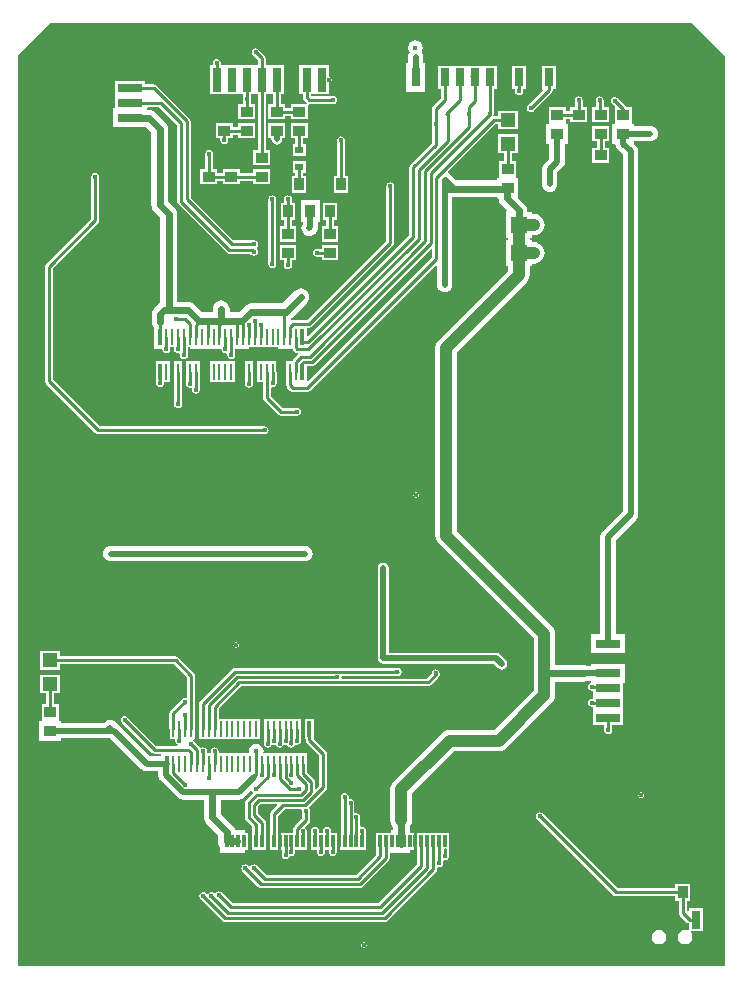
<source format=gtl>
%FSLAX44Y44*%
%MOMM*%
G71*
G01*
G75*
G04 Layer_Physical_Order=1*
G04 Layer_Color=255*
%ADD10R,0.8000X1.5000*%
%ADD11R,1.5000X1.0000*%
%ADD12R,1.0160X0.8890*%
%ADD13R,0.3000X1.3500*%
%ADD14R,0.2500X1.3500*%
%ADD15R,3.0000X2.1000*%
%ADD16R,2.1000X0.8000*%
%ADD17R,2.1844X2.4130*%
%ADD18R,0.3000X1.1000*%
%ADD19R,0.8128X1.0668*%
%ADD20R,0.8000X1.6000*%
%ADD21R,2.1000X3.0000*%
%ADD22R,0.8000X2.1000*%
%ADD23R,1.2954X1.1938*%
%ADD24R,0.8890X1.0160*%
%ADD25R,0.7000X0.6000*%
%ADD26R,1.3970X1.3970*%
%ADD27C,0.6000*%
%ADD28C,0.2540*%
%ADD29C,0.5000*%
%ADD30C,1.0000*%
%ADD31C,0.0254*%
%ADD32C,0.0254*%
G04:AMPARAMS|DCode=33|XSize=4mm|YSize=4mm|CornerRadius=2mm|HoleSize=0mm|Usage=FLASHONLY|Rotation=0.000|XOffset=0mm|YOffset=0mm|HoleType=Round|Shape=RoundedRectangle|*
%AMROUNDEDRECTD33*
21,1,4.0000,0.0000,0,0,0.0*
21,1,0.0000,4.0000,0,0,0.0*
1,1,4.0000,0.0000,0.0000*
1,1,4.0000,0.0000,0.0000*
1,1,4.0000,0.0000,0.0000*
1,1,4.0000,0.0000,0.0000*
%
%ADD33ROUNDEDRECTD33*%
%ADD34C,0.4500*%
G36*
X299302Y771591D02*
Y698D01*
X-299302D01*
Y771591D01*
X-271591Y799302D01*
X271591D01*
X299302Y771591D01*
D02*
G37*
%LPC*%
G36*
X38100Y402446D02*
X37183Y402264D01*
X36406Y401744D01*
X35886Y400967D01*
X35704Y400050D01*
X35886Y399133D01*
X36406Y398356D01*
X37183Y397836D01*
X38100Y397654D01*
X39017Y397836D01*
X39794Y398356D01*
X40314Y399133D01*
X40496Y400050D01*
X40314Y400967D01*
X39794Y401744D01*
X39017Y402264D01*
X38100Y402446D01*
D02*
G37*
G36*
X-160250Y513060D02*
X-166750D01*
Y504733D01*
X-166834Y504310D01*
Y476580D01*
X-166580Y475304D01*
X-165858Y474222D01*
X-164776Y473500D01*
X-163500Y473246D01*
X-162224Y473500D01*
X-161143Y474222D01*
X-160420Y475304D01*
X-160166Y476580D01*
Y504310D01*
X-160250Y504733D01*
Y513060D01*
D02*
G37*
G36*
X-56166Y356749D02*
X-220653D01*
X-222350Y356526D01*
X-223931Y355871D01*
X-225289Y354829D01*
X-226331Y353471D01*
X-226986Y351890D01*
X-227209Y350193D01*
X-226986Y348496D01*
X-226331Y346915D01*
X-225289Y345557D01*
X-223931Y344515D01*
X-222350Y343860D01*
X-220653Y343637D01*
X-56166D01*
X-54469Y343860D01*
X-52888Y344515D01*
X-51530Y345557D01*
X-50488Y346915D01*
X-49833Y348496D01*
X-49610Y350193D01*
X-49833Y351890D01*
X-50488Y353471D01*
X-51530Y354829D01*
X-52888Y355871D01*
X-54469Y356526D01*
X-56166Y356749D01*
D02*
G37*
G36*
X206080Y737054D02*
X204805Y736800D01*
X203723Y736077D01*
X203000Y734995D01*
X202746Y733719D01*
X203000Y732444D01*
X203723Y731362D01*
X206461Y728624D01*
X206280Y728186D01*
X206280D01*
X206280Y728186D01*
Y715296D01*
X206280D01*
Y715082D01*
X205382Y714184D01*
X204280D01*
Y697294D01*
X206804D01*
Y697230D01*
X207027Y695533D01*
X207299Y694878D01*
X207682Y693952D01*
X208724Y692594D01*
X213154Y688164D01*
Y534035D01*
Y386256D01*
X195764Y368866D01*
X194722Y367508D01*
X194259Y366390D01*
X194067Y365927D01*
X193844Y364230D01*
Y282020D01*
X185900D01*
Y266020D01*
X214900D01*
Y282020D01*
X206956D01*
Y361514D01*
X224346Y378904D01*
X225388Y380262D01*
X225771Y381188D01*
X226043Y381843D01*
X226266Y383540D01*
Y534035D01*
Y690880D01*
X226043Y692577D01*
X225388Y694158D01*
X224867Y694837D01*
X224346Y695516D01*
X222440Y697422D01*
Y699183D01*
X236220D01*
X237917Y699406D01*
X239498Y700061D01*
X240856Y701103D01*
X241898Y702461D01*
X242553Y704042D01*
X242776Y705739D01*
X242553Y707436D01*
X241898Y709017D01*
X240856Y710375D01*
X239498Y711417D01*
X237917Y712072D01*
X236220Y712295D01*
X222440D01*
Y714184D01*
X220440D01*
Y715296D01*
X220440D01*
Y728186D01*
X216126D01*
X215718Y728798D01*
X208438Y736077D01*
X207356Y736800D01*
X206080Y737054D01*
D02*
G37*
G36*
X-114300Y275446D02*
X-115217Y275264D01*
X-115994Y274744D01*
X-116514Y273967D01*
X-116696Y273050D01*
X-116514Y272133D01*
X-115994Y271356D01*
X-115217Y270836D01*
X-114300Y270654D01*
X-113383Y270836D01*
X-112606Y271356D01*
X-112086Y272133D01*
X-111904Y273050D01*
X-112086Y273967D01*
X-112606Y274744D01*
X-113383Y275264D01*
X-114300Y275446D01*
D02*
G37*
G36*
X-170250Y513060D02*
X-182250D01*
Y495560D01*
X-182084D01*
Y494760D01*
X-181830Y493484D01*
X-181108Y492402D01*
X-180026Y491680D01*
X-178750Y491426D01*
X-177474Y491680D01*
X-176392Y492402D01*
X-175670Y493484D01*
X-175416Y494760D01*
Y495560D01*
X-170250D01*
Y513060D01*
D02*
G37*
G36*
X-115250D02*
X-136750D01*
Y495560D01*
X-115250D01*
Y513060D01*
D02*
G37*
G36*
X-80250D02*
X-96750D01*
Y495560D01*
X-91834D01*
Y482200D01*
X-91580Y480924D01*
X-90857Y479842D01*
X-79128Y468112D01*
X-78046Y467390D01*
X-78046Y467390D01*
X-78046Y467390D01*
D01*
X-78046Y467390D01*
X-78046Y467390D01*
X-76770Y467136D01*
X-62730D01*
X-61454Y467390D01*
X-60373Y468112D01*
X-59650Y469194D01*
X-59396Y470470D01*
X-59650Y471746D01*
X-60373Y472827D01*
X-61454Y473550D01*
X-62730Y473804D01*
X-75389D01*
X-85166Y483581D01*
Y490346D01*
X-84184Y491152D01*
X-83500Y491016D01*
X-82224Y491270D01*
X-81143Y491992D01*
X-80420Y493074D01*
X-80166Y494350D01*
Y504310D01*
X-80250Y504733D01*
Y513060D01*
D02*
G37*
G36*
X-145250D02*
X-156750D01*
Y504733D01*
X-156834Y504310D01*
Y494030D01*
X-156580Y492754D01*
X-155857Y491673D01*
X-154776Y490950D01*
X-153500Y490696D01*
X-152816Y490832D01*
X-151834Y490026D01*
Y488950D01*
X-151580Y487674D01*
X-150857Y486592D01*
X-149776Y485870D01*
X-148500Y485616D01*
X-147224Y485870D01*
X-146143Y486592D01*
X-145420Y487674D01*
X-145166Y488950D01*
Y504310D01*
X-145250Y504733D01*
Y513060D01*
D02*
G37*
G36*
X-100250D02*
X-106750D01*
Y504733D01*
X-106834Y504310D01*
Y494030D01*
X-106580Y492754D01*
X-105857Y491673D01*
X-104776Y490950D01*
X-103500Y490696D01*
X-102224Y490950D01*
X-101143Y491673D01*
X-100420Y492754D01*
X-100166Y494030D01*
Y504310D01*
X-100250Y504733D01*
Y513060D01*
D02*
G37*
G36*
X10160Y342408D02*
X8404Y342059D01*
X6916Y341064D01*
X5921Y339576D01*
X5572Y337820D01*
Y261620D01*
X5921Y259864D01*
X6916Y258376D01*
X8404Y257381D01*
X10160Y257032D01*
X103510D01*
X107246Y253296D01*
X108734Y252301D01*
X110490Y251952D01*
X112246Y252301D01*
X113734Y253296D01*
X114729Y254784D01*
X115078Y256540D01*
X114729Y258296D01*
X113734Y259784D01*
X108654Y264864D01*
X107166Y265859D01*
X105410Y266208D01*
X14748D01*
Y337820D01*
X14399Y339576D01*
X13404Y341064D01*
X11916Y342059D01*
X10160Y342408D01*
D02*
G37*
G36*
X66000Y114000D02*
X39000D01*
Y99000D01*
X39166D01*
Y87061D01*
X6239Y54134D01*
X-117364D01*
X-126547Y63317D01*
X-127629Y64040D01*
X-128905Y64294D01*
X-130181Y64040D01*
X-131262Y63317D01*
X-131542Y62898D01*
X-132806Y62774D01*
X-132968Y62935D01*
X-134049Y63658D01*
X-135325Y63912D01*
X-136601Y63658D01*
X-137683Y62935D01*
X-138071Y62354D01*
X-139335Y62230D01*
X-139770Y62665D01*
X-140852Y63388D01*
X-142128Y63642D01*
X-143404Y63388D01*
X-144486Y62665D01*
X-145208Y61584D01*
X-145462Y60308D01*
X-145208Y59032D01*
X-144486Y57950D01*
X-125898Y39362D01*
X-125898D01*
X-125898Y39362D01*
X-125898D01*
X-125898Y39362D01*
Y39362D01*
X-125898Y39362D01*
Y39362D01*
X-124816Y38640D01*
X-123540Y38386D01*
X11381D01*
X12657Y38640D01*
X13739Y39362D01*
X13739Y39362D01*
X13739Y39362D01*
X54858Y80481D01*
X55580Y81563D01*
X55834Y82839D01*
Y83976D01*
X56816Y84782D01*
X57500Y84646D01*
X58776Y84900D01*
X59858Y85623D01*
X60580Y86704D01*
X60834Y87980D01*
Y89996D01*
X61816Y90802D01*
X62491Y90667D01*
X63767Y90921D01*
X64848Y91644D01*
X64858Y91653D01*
X65291Y92301D01*
X65580Y92735D01*
X65834Y94010D01*
Y99000D01*
X66000D01*
Y114000D01*
D02*
G37*
G36*
X-22500Y147814D02*
X-23776Y147560D01*
X-24857Y146837D01*
X-25580Y145755D01*
X-25834Y144480D01*
Y114000D01*
X-26000D01*
Y99000D01*
X-4000D01*
Y114000D01*
X-4166D01*
Y115570D01*
X-4420Y116846D01*
X-5142Y117928D01*
X-6224Y118650D01*
X-7500Y118904D01*
X-8184Y118768D01*
X-9166Y119574D01*
Y127000D01*
X-9420Y128276D01*
X-10143Y129358D01*
X-11224Y130080D01*
X-12500Y130334D01*
X-13184Y130198D01*
X-14166Y131004D01*
Y139425D01*
X-14420Y140701D01*
X-15143Y141783D01*
X-16224Y142505D01*
X-17500Y142759D01*
X-18184Y142623D01*
X-19166Y143429D01*
Y144480D01*
X-19420Y145755D01*
X-20143Y146837D01*
X-21224Y147560D01*
X-22500Y147814D01*
D02*
G37*
G36*
X142780Y131254D02*
X141504Y131000D01*
X140422Y130278D01*
X139700Y129196D01*
X139446Y127920D01*
X139700Y126644D01*
X140422Y125562D01*
X204842Y61143D01*
X204842D01*
X204842Y61142D01*
X204842D01*
X204842Y61142D01*
Y61142D01*
X204842Y61142D01*
Y61142D01*
X205924Y60420D01*
X207200Y60166D01*
X257334D01*
Y56420D01*
X260445D01*
Y46101D01*
X260699Y44825D01*
X261422Y43744D01*
X267292Y37873D01*
X268374Y37150D01*
X268800Y37065D01*
Y32152D01*
X267818Y31346D01*
X265800Y31748D01*
X263459Y31282D01*
X261474Y29956D01*
X260148Y27971D01*
X259683Y25630D01*
X260148Y23289D01*
X261474Y21304D01*
X263459Y19978D01*
X265800Y19512D01*
X268141Y19978D01*
X270126Y21304D01*
X271452Y23289D01*
X271918Y25630D01*
X271452Y27971D01*
X270357Y29610D01*
X270956Y30730D01*
X280800D01*
Y49730D01*
X268800D01*
Y47454D01*
X268169Y47193D01*
X267113Y47899D01*
Y56420D01*
X270224D01*
Y70580D01*
X257334D01*
Y66834D01*
X208581D01*
X145138Y130278D01*
X144056Y131000D01*
X142780Y131254D01*
D02*
G37*
G36*
X-6350Y21446D02*
X-7267Y21264D01*
X-8044Y20744D01*
X-8564Y19967D01*
X-8746Y19050D01*
X-8564Y18133D01*
X-8044Y17356D01*
X-7267Y16836D01*
X-6350Y16654D01*
X-5433Y16836D01*
X-4656Y17356D01*
X-4136Y18133D01*
X-3954Y19050D01*
X-4136Y19967D01*
X-4656Y20744D01*
X-5433Y21264D01*
X-6350Y21446D01*
D02*
G37*
G36*
X243600Y31748D02*
X241259Y31282D01*
X239274Y29956D01*
X237948Y27971D01*
X237483Y25630D01*
X237948Y23289D01*
X239274Y21304D01*
X241259Y19978D01*
X243600Y19512D01*
X245941Y19978D01*
X247926Y21304D01*
X249252Y23289D01*
X249718Y25630D01*
X249252Y27971D01*
X247926Y29956D01*
X245941Y31282D01*
X243600Y31748D01*
D02*
G37*
G36*
X-263303Y267739D02*
X-280257D01*
Y251801D01*
X-263303D01*
Y256436D01*
X-166766D01*
X-155834Y245503D01*
Y228714D01*
X-156816Y227908D01*
X-157900Y228124D01*
X-159176Y227870D01*
X-160257Y227148D01*
X-169858Y217547D01*
X-170580Y216466D01*
X-170834Y215190D01*
Y201810D01*
X-170750Y201387D01*
Y193060D01*
X-165834D01*
Y192072D01*
X-165894Y191770D01*
X-165640Y190494D01*
X-164918Y189412D01*
X-163850Y188699D01*
X-164219Y187484D01*
X-182069D01*
X-206492Y211908D01*
X-207574Y212630D01*
X-208850Y212884D01*
X-210126Y212630D01*
X-211208Y211908D01*
X-211930Y210826D01*
X-212184Y209550D01*
X-211930Y208274D01*
X-211208Y207192D01*
X-185807Y181792D01*
X-184726Y181070D01*
X-183450Y180816D01*
X-178250D01*
Y178866D01*
X-187374D01*
X-213423Y204915D01*
X-214781Y205957D01*
X-215387Y206208D01*
X-216344Y207455D01*
X-217702Y208497D01*
X-219283Y209152D01*
X-220980Y209375D01*
X-222677Y209152D01*
X-224258Y208497D01*
X-225616Y207455D01*
X-226236Y206835D01*
X-262700D01*
Y208724D01*
X-264700D01*
Y209836D01*
X-264700D01*
Y222726D01*
X-268446D01*
Y231801D01*
X-263303D01*
Y247739D01*
X-280257D01*
Y231801D01*
X-275114D01*
Y222726D01*
X-278860D01*
Y209836D01*
X-278860D01*
Y209622D01*
X-279758Y208724D01*
X-280860D01*
Y191834D01*
X-262700D01*
Y193723D01*
X-220775D01*
X-194726Y167674D01*
X-193368Y166632D01*
X-192442Y166249D01*
X-191787Y165977D01*
X-190090Y165754D01*
X-180546D01*
Y163015D01*
X-180323Y161319D01*
X-180051Y160664D01*
X-179668Y159738D01*
X-178626Y158380D01*
X-163969Y143723D01*
X-162611Y142681D01*
X-161030Y142026D01*
X-159333Y141802D01*
X-141680D01*
Y127000D01*
X-141680Y127000D01*
X-141680D01*
X-141440Y125173D01*
X-140735Y123470D01*
X-139612Y122008D01*
X-129560Y111955D01*
Y106500D01*
X-129320Y104673D01*
X-128615Y102970D01*
X-128000Y102169D01*
Y97000D01*
X-107000D01*
Y99000D01*
X-104000D01*
Y114000D01*
X-107000D01*
Y116000D01*
X-115587D01*
X-115680Y116707D01*
X-116385Y118410D01*
X-117508Y119873D01*
X-127560Y129924D01*
Y141802D01*
X-112088D01*
X-110391Y142026D01*
X-109600Y142353D01*
X-108810Y142681D01*
X-107452Y143723D01*
X-102127Y149047D01*
X-100863Y148923D01*
X-100488Y148362D01*
X-100395Y147416D01*
X-105957Y141853D01*
X-106680Y140771D01*
X-106934Y139495D01*
Y126816D01*
X-106680Y125540D01*
X-105957Y124458D01*
X-105957Y124458D01*
X-105957Y124458D01*
X-100834Y119335D01*
Y114000D01*
X-101000D01*
Y99000D01*
X-89000D01*
Y114000D01*
X-89166D01*
Y122136D01*
X-89420Y123412D01*
X-90142Y124494D01*
X-95726Y130077D01*
Y136234D01*
X-93655Y138305D01*
X-79899D01*
X-79413Y137132D01*
X-84858Y131687D01*
X-85580Y130605D01*
X-85834Y129330D01*
Y114000D01*
X-86000D01*
Y99000D01*
X-79000D01*
Y114000D01*
X-79166D01*
Y127949D01*
X-73357Y133757D01*
X-59247D01*
X-58441Y132776D01*
X-58486Y132551D01*
Y125939D01*
X-64858Y119567D01*
X-65580Y118486D01*
X-65834Y117210D01*
Y114000D01*
X-76000D01*
Y99000D01*
X-75834D01*
Y94630D01*
X-75580Y93354D01*
X-74858Y92273D01*
X-73776Y91550D01*
X-72500Y91296D01*
X-71224Y91550D01*
X-70142Y92273D01*
X-69420Y93354D01*
X-69363Y93642D01*
X-68776Y94520D01*
X-67500Y94266D01*
X-66224Y94520D01*
X-65142Y95243D01*
X-64420Y96324D01*
X-64166Y97600D01*
Y99000D01*
X-54000D01*
Y114000D01*
X-54166D01*
Y114300D01*
X-54420Y115576D01*
X-55142Y116657D01*
X-55608Y116969D01*
X-55806Y117264D01*
X-56127Y117479D01*
X-56252Y118743D01*
X-52794Y122200D01*
X-52072Y123282D01*
X-51818Y124558D01*
Y132551D01*
X-52072Y133827D01*
X-52794Y134909D01*
X-52831Y135282D01*
X-38282Y149831D01*
X-37560Y150913D01*
X-37306Y152189D01*
Y180690D01*
X-37560Y181966D01*
X-37849Y182399D01*
X-38282Y183048D01*
X-48750Y193515D01*
Y210560D01*
X-55750D01*
Y193060D01*
X-55584D01*
Y192300D01*
X-55330Y191024D01*
X-54608Y189942D01*
X-43974Y179309D01*
Y153569D01*
X-46383Y151160D01*
X-47557Y151646D01*
Y157220D01*
X-47810Y158496D01*
X-48533Y159578D01*
X-54166Y165211D01*
Y172310D01*
X-54250Y172733D01*
Y181060D01*
X-90489D01*
X-91294Y182042D01*
X-91128Y182880D01*
X-91613Y185319D01*
X-92994Y187386D01*
X-95061Y188767D01*
X-97500Y189252D01*
X-99939Y188767D01*
X-102006Y187386D01*
X-103387Y185319D01*
X-103872Y182880D01*
X-103706Y182042D01*
X-104511Y181060D01*
X-129166D01*
Y182880D01*
X-129420Y184156D01*
X-130142Y185238D01*
X-131224Y185960D01*
X-132500Y186214D01*
X-133776Y185960D01*
X-134858Y185238D01*
X-135580Y184156D01*
X-135834Y182880D01*
Y181060D01*
X-139166D01*
Y182880D01*
X-139420Y184156D01*
X-140142Y185238D01*
X-141224Y185960D01*
X-142500Y186214D01*
X-143776Y185960D01*
X-143776Y185960D01*
X-143776Y185960D01*
D01*
X-144420Y185576D01*
D01*
X-145142Y186658D01*
X-150072Y191588D01*
X-150457Y191845D01*
X-150088Y193060D01*
X-149250D01*
Y201387D01*
X-149166Y201810D01*
Y246884D01*
X-149420Y248160D01*
X-150142Y249242D01*
X-163028Y262127D01*
X-164110Y262850D01*
X-165385Y263104D01*
X-263303D01*
Y267739D01*
D02*
G37*
G36*
X22500Y253524D02*
X-115570D01*
X-116846Y253270D01*
X-117928Y252547D01*
X-144858Y225618D01*
X-145580Y224536D01*
X-145834Y223260D01*
Y201810D01*
X-145750Y201387D01*
Y193060D01*
X-94250D01*
Y210560D01*
X-129166D01*
Y219038D01*
X-110428Y237776D01*
X48070D01*
X49346Y238030D01*
X50427Y238752D01*
X50428Y238752D01*
X50427Y238752D01*
X56968Y245292D01*
X56968Y245292D01*
X56968Y245292D01*
X57690Y246374D01*
X57944Y247650D01*
Y248920D01*
X57690Y250196D01*
X56968Y251278D01*
X55886Y252000D01*
X54610Y252254D01*
X53334Y252000D01*
X52252Y251278D01*
X51530Y250196D01*
X51304Y249059D01*
X46689Y244444D01*
X-25115D01*
X-25921Y245426D01*
X-25876Y245650D01*
X-25921Y245874D01*
X-25115Y246856D01*
X20555D01*
X20804Y246690D01*
X22080Y246436D01*
X23356Y246690D01*
X24437Y247412D01*
X24857Y247832D01*
X25580Y248914D01*
X25834Y250190D01*
X25580Y251466D01*
X24857Y252547D01*
X23776Y253270D01*
X22500Y253524D01*
D02*
G37*
G36*
X-59250Y210560D02*
X-90750D01*
Y202233D01*
X-90834Y201810D01*
Y189853D01*
X-90964Y189200D01*
X-90710Y187924D01*
X-89987Y186842D01*
X-88906Y186120D01*
X-87630Y185866D01*
X-86354Y186120D01*
X-85273Y186842D01*
X-85142Y186973D01*
X-84420Y188054D01*
X-84340Y188456D01*
X-83776Y188690D01*
X-82500Y188436D01*
D01*
X-80580Y187954D01*
D01*
X-80580Y187954D01*
X-79858Y186873D01*
X-79827Y186842D01*
X-78746Y186120D01*
X-77470Y185866D01*
X-76194Y186120D01*
X-75113Y186842D01*
X-74390Y187924D01*
D01*
X-73776Y188690D01*
Y188690D01*
X-72500Y188436D01*
X-71224Y188690D01*
D01*
Y188690D01*
X-70860Y187924D01*
Y187924D01*
X-70860Y187924D01*
X-70137Y186842D01*
X-69055Y186120D01*
X-67779Y185866D01*
X-66504Y186120D01*
X-65422Y186842D01*
X-65142Y187122D01*
X-64420Y188204D01*
X-64420Y188204D01*
Y188204D01*
X-63776Y188690D01*
Y188690D01*
D01*
X-62500Y188436D01*
X-61224Y188690D01*
X-60142Y189412D01*
X-59420Y190494D01*
X-59166Y191770D01*
Y201810D01*
X-59250Y202233D01*
Y210560D01*
D02*
G37*
G36*
X-37500Y118904D02*
X-38776Y118650D01*
X-39857Y117928D01*
X-40580Y116846D01*
X-40834Y115570D01*
Y114000D01*
X-44156D01*
Y115570D01*
X-44410Y116846D01*
X-45133Y117928D01*
X-46215Y118650D01*
X-47491Y118904D01*
X-48766Y118650D01*
X-49848Y117928D01*
X-50571Y116846D01*
X-50825Y115570D01*
Y114000D01*
X-51000D01*
Y99000D01*
X-45834D01*
Y97600D01*
X-45580Y96324D01*
X-44858Y95243D01*
X-43776Y94520D01*
X-42500Y94266D01*
X-41224Y94520D01*
X-40142Y95243D01*
X-39420Y96324D01*
X-39166Y97600D01*
Y99000D01*
X-35834D01*
Y97600D01*
X-35580Y96324D01*
X-34857Y95243D01*
X-33776Y94520D01*
X-32500Y94266D01*
X-31224Y94520D01*
X-30143Y95243D01*
X-29420Y96324D01*
X-29166Y97600D01*
Y99000D01*
X-29000D01*
Y114000D01*
X-34166D01*
Y115570D01*
X-34420Y116846D01*
X-35143Y117928D01*
X-36224Y118650D01*
X-37500Y118904D01*
D02*
G37*
G36*
X228600Y148151D02*
X227683Y147969D01*
X226906Y147450D01*
X226386Y146672D01*
X226204Y145755D01*
X226386Y144838D01*
X226906Y144061D01*
X227683Y143542D01*
X228600Y143359D01*
X229517Y143542D01*
X230294Y144061D01*
X230814Y144838D01*
X230996Y145755D01*
X230814Y146672D01*
X230294Y147450D01*
X229517Y147969D01*
X228600Y148151D01*
D02*
G37*
G36*
X-98330Y714724D02*
X-112490D01*
Y711613D01*
X-117380D01*
Y714724D01*
X-131540D01*
Y701834D01*
X-127794D01*
Y700060D01*
X-127540Y698784D01*
X-126818Y697702D01*
X-125736Y696980D01*
X-124460Y696726D01*
X-123184Y696980D01*
X-122102Y697702D01*
X-121380Y698784D01*
X-121126Y700060D01*
Y701834D01*
X-117380D01*
Y704945D01*
X-112490D01*
Y701834D01*
X-98330D01*
Y714724D01*
D02*
G37*
G36*
X193381Y737394D02*
X192105Y737140D01*
X191023Y736417D01*
X190300Y735336D01*
X190046Y734060D01*
Y728186D01*
X187230D01*
Y715296D01*
X201390D01*
Y728186D01*
X196714D01*
Y734060D01*
X196461Y735336D01*
X195738Y736417D01*
X194656Y737140D01*
X193381Y737394D01*
D02*
G37*
G36*
X-72930Y714724D02*
X-87090D01*
Y701834D01*
X-84598D01*
Y701040D01*
X-84249Y699284D01*
X-83254Y697796D01*
X-81766Y696801D01*
X-80010Y696452D01*
X-78254Y696801D01*
X-76766Y697796D01*
X-75771Y699284D01*
X-75422Y701040D01*
Y701834D01*
X-72930D01*
Y714724D01*
D02*
G37*
G36*
X201390Y712184D02*
X187230D01*
Y699294D01*
X190976D01*
Y693896D01*
X187230D01*
Y681006D01*
X201390D01*
Y693896D01*
X197644D01*
Y699294D01*
X201390D01*
Y712184D01*
D02*
G37*
G36*
X-53880Y714724D02*
X-68040D01*
Y701834D01*
X-64294D01*
Y696630D01*
X-66460D01*
Y686630D01*
X-55460D01*
Y696630D01*
X-57626D01*
Y701834D01*
X-53880D01*
Y714724D01*
D02*
G37*
G36*
X37500Y784882D02*
X35061Y784397D01*
X32994Y783016D01*
X31613Y780949D01*
X31128Y778510D01*
X31613Y776071D01*
X32497Y774748D01*
X32052Y774168D01*
X31397Y772587D01*
X31174Y770890D01*
Y765320D01*
X29730D01*
Y741320D01*
X45730D01*
Y765320D01*
X44286D01*
Y770890D01*
X44063Y772587D01*
X43408Y774168D01*
X42717Y775068D01*
X43387Y776071D01*
X43872Y778510D01*
X43387Y780949D01*
X42006Y783016D01*
X39939Y784397D01*
X37500Y784882D01*
D02*
G37*
G36*
X94230Y763320D02*
X93842Y763320D01*
X93730D01*
Y763320D01*
X93730D01*
X93730D01*
X81730D01*
D01*
D01*
X81730Y763320D01*
X81230D01*
Y763320D01*
X69230D01*
D01*
D01*
X69230Y763320D01*
X68730D01*
Y763320D01*
X56730D01*
Y743320D01*
X59396D01*
Y735941D01*
X52442Y728988D01*
X51720Y727906D01*
X51466Y726630D01*
Y714311D01*
Y697742D01*
X33203Y679479D01*
X32480Y678397D01*
X32226Y677122D01*
Y619871D01*
X-53577Y534068D01*
X-54750Y534554D01*
Y541496D01*
X-52580D01*
X-51304Y541750D01*
X-50223Y542472D01*
X-50223Y542472D01*
X-50223Y542472D01*
X18486Y611181D01*
X19209Y612263D01*
X19209Y612263D01*
X19209Y612263D01*
X19463Y613539D01*
Y661289D01*
X19209Y662565D01*
X18486Y663646D01*
X17405Y664369D01*
X16129Y664623D01*
X14853Y664369D01*
X13772Y663646D01*
X13049Y662565D01*
X12795Y661289D01*
Y614920D01*
X-53961Y548164D01*
X-66040D01*
X-67145Y547944D01*
X-67770Y548458D01*
X-67750Y549727D01*
X-67398Y549998D01*
X-54698Y562698D01*
X-53576Y564160D01*
X-52870Y565863D01*
X-52630Y567690D01*
X-52870Y569517D01*
X-53576Y571220D01*
X-54698Y572682D01*
X-56160Y573805D01*
X-57863Y574510D01*
X-59690Y574750D01*
X-61517Y574510D01*
X-63220Y573805D01*
X-64682Y572682D01*
X-75314Y562050D01*
X-101600D01*
X-103427Y561810D01*
X-105130Y561105D01*
X-106592Y559982D01*
X-112144Y554430D01*
X-119940D01*
Y557530D01*
X-120180Y559357D01*
X-120885Y561060D01*
X-122008Y562522D01*
X-123470Y563644D01*
X-125173Y564350D01*
X-127000Y564590D01*
X-128827Y564350D01*
X-130530Y563644D01*
X-131992Y562522D01*
X-133115Y561060D01*
X-133820Y559357D01*
X-134060Y557530D01*
Y554430D01*
X-140980D01*
X-141615Y554347D01*
X-142250Y554430D01*
X-143125D01*
X-149948Y561252D01*
X-151410Y562374D01*
X-153113Y563080D01*
X-154940Y563320D01*
X-164390D01*
Y637881D01*
X-164630Y639708D01*
X-165336Y641411D01*
X-166458Y642873D01*
X-172010Y648425D01*
Y709930D01*
X-172250Y711757D01*
X-172955Y713460D01*
X-174078Y714922D01*
X-183268Y724112D01*
X-184730Y725235D01*
X-186433Y725940D01*
X-188260Y726180D01*
X-189710D01*
X-189710Y727120D01*
X-189710D01*
Y727388D01*
X-188812Y728286D01*
X-179281D01*
X-164084Y713089D01*
Y648255D01*
X-163830Y646979D01*
X-163107Y645897D01*
X-163107Y645897D01*
X-163107Y645897D01*
X-122453Y605243D01*
X-121371Y604520D01*
X-121371Y604520D01*
X-121371Y604520D01*
D01*
X-121371Y604520D01*
X-121371Y604520D01*
X-120095Y604266D01*
X-102322D01*
X-101453Y603397D01*
X-100371Y602674D01*
X-99095Y602421D01*
X-97819Y602674D01*
X-96738Y603397D01*
X-96015Y604479D01*
X-95761Y605755D01*
X-96015Y607031D01*
X-96738Y608112D01*
X-97017Y608392D01*
X-96892Y609655D01*
X-96702Y609782D01*
X-95980Y610864D01*
X-95726Y612140D01*
X-95980Y613416D01*
X-96702Y614497D01*
X-97784Y615220D01*
X-99060Y615474D01*
X-116834D01*
X-152876Y651516D01*
Y716350D01*
X-153130Y717626D01*
X-153853Y718708D01*
X-181622Y746478D01*
X-182704Y747200D01*
X-183979Y747454D01*
X-191710D01*
Y750120D01*
X-216710D01*
Y738120D01*
X-216710Y738120D01*
X-216710Y737620D01*
X-216710D01*
Y727120D01*
X-218710D01*
Y711120D01*
X-190245D01*
X-186130Y707005D01*
Y645500D01*
X-186130Y645500D01*
X-186130D01*
X-185890Y643673D01*
X-185184Y641970D01*
X-184062Y640508D01*
X-178510Y634956D01*
Y562461D01*
X-178719Y562374D01*
X-180181Y561252D01*
X-183742Y557691D01*
X-184865Y556229D01*
X-185570Y554526D01*
X-185810Y552699D01*
Y546619D01*
X-185570Y544792D01*
X-184865Y543089D01*
X-184250Y542289D01*
Y523060D01*
X-176798D01*
X-176580Y521964D01*
X-175858Y520882D01*
X-174776Y520160D01*
X-173500Y519906D01*
X-172224Y520160D01*
X-171143Y520882D01*
X-170420Y521964D01*
X-170166Y523240D01*
Y525060D01*
X-166834D01*
Y523240D01*
X-166580Y521964D01*
X-165858Y520882D01*
X-164776Y520160D01*
X-163500Y519906D01*
X-162816Y520042D01*
X-161834Y519236D01*
Y518160D01*
X-161580Y516884D01*
X-160858Y515802D01*
X-159776Y515080D01*
X-158500Y514826D01*
X-157224Y515080D01*
X-156143Y515802D01*
X-155420Y516884D01*
X-155166Y518160D01*
Y525060D01*
X-153750D01*
Y523060D01*
X-126798D01*
X-126580Y521964D01*
X-125857Y520882D01*
X-124776Y520160D01*
X-123500Y519906D01*
X-122816Y520042D01*
X-121834Y519236D01*
Y518160D01*
X-121580Y516884D01*
X-120857Y515802D01*
X-119776Y515080D01*
X-118500Y514826D01*
X-117224Y515080D01*
X-116143Y515802D01*
X-115420Y516884D01*
X-115166Y518160D01*
Y523060D01*
X-103250D01*
Y525060D01*
X-78750D01*
Y523060D01*
X-68250D01*
Y525060D01*
X-66834D01*
Y524240D01*
X-66580Y522964D01*
X-65858Y521883D01*
X-65858Y521883D01*
X-65858Y521882D01*
X-64858Y520882D01*
X-63776Y520160D01*
X-62500Y519906D01*
X-62389D01*
X-61903Y518733D01*
X-65858Y514778D01*
X-66580Y513696D01*
X-66707Y513060D01*
X-71750D01*
Y504733D01*
X-71834Y504310D01*
Y492880D01*
X-71580Y491604D01*
X-70858Y490522D01*
X-68397Y488062D01*
X-67316Y487340D01*
X-66040Y487086D01*
X-54410D01*
X-53134Y487340D01*
X-52052Y488063D01*
X-52052Y488062D01*
X-52052Y488063D01*
X54501Y594616D01*
X55674Y594129D01*
Y577930D01*
X55897Y576233D01*
X56552Y574652D01*
X57594Y573294D01*
X58952Y572252D01*
X60533Y571597D01*
X62230Y571374D01*
X63927Y571597D01*
X65508Y572252D01*
X66866Y573294D01*
X67908Y574652D01*
X68563Y576233D01*
X68786Y577930D01*
Y652070D01*
X106490D01*
Y651574D01*
X107176D01*
X107621Y651129D01*
X107621Y651129D01*
D01*
X107861Y649302D01*
X108567Y647599D01*
X109689Y646137D01*
X115017Y640808D01*
X114531Y639635D01*
X114110D01*
Y617665D01*
X116017D01*
Y615854D01*
X114110D01*
Y593884D01*
X116017D01*
Y589865D01*
X57081Y530929D01*
X55638Y529049D01*
X54732Y526860D01*
X54422Y524510D01*
Y365433D01*
X54422Y365433D01*
X54422D01*
X54732Y363083D01*
X55638Y360894D01*
X57081Y359014D01*
X137607Y278488D01*
Y250190D01*
Y234265D01*
X104190Y200848D01*
X66315D01*
X66315Y200848D01*
X63965Y200538D01*
X61776Y199632D01*
X59896Y198189D01*
X18981Y157274D01*
X17538Y155394D01*
X16632Y153205D01*
X16322Y150856D01*
Y124460D01*
X16632Y122111D01*
X17538Y119921D01*
X18340Y118877D01*
Y116000D01*
X17000D01*
Y114000D01*
X4000D01*
Y99000D01*
X4166D01*
Y95361D01*
X-12931Y78264D01*
X-88854D01*
X-96767Y86178D01*
X-97849Y86900D01*
X-99125Y87154D01*
X-100401Y86900D01*
X-101482Y86178D01*
X-102064Y85307D01*
X-103328Y85183D01*
X-104323Y86178D01*
X-105404Y86900D01*
X-106680Y87154D01*
X-107956Y86900D01*
X-109038Y86178D01*
X-109760Y85096D01*
X-110014Y83820D01*
X-109760Y82544D01*
X-109038Y81462D01*
X-95608Y68032D01*
X-95608D01*
X-95608Y68032D01*
X-95608D01*
X-95608Y68032D01*
Y68032D01*
X-95608Y68032D01*
Y68032D01*
X-94526Y67310D01*
X-93250Y67056D01*
X-9669D01*
X-8394Y67310D01*
X-7312Y68032D01*
X14627Y89972D01*
X15350Y91054D01*
X15604Y92330D01*
Y99000D01*
X17000D01*
Y97000D01*
X33000D01*
Y99000D01*
X36000D01*
Y114000D01*
X33000D01*
Y116000D01*
X32460D01*
Y118877D01*
X33261Y119921D01*
X34168Y122111D01*
X34478Y124460D01*
Y147095D01*
X70075Y182692D01*
X107950D01*
X110300Y183002D01*
X112489Y183909D01*
X114369Y185351D01*
X114369Y185351D01*
X114369Y185351D01*
X153104Y224086D01*
X154546Y225966D01*
X155453Y228155D01*
X155763Y230505D01*
X155763Y230505D01*
Y241760D01*
X180440D01*
X182267Y242000D01*
X182904Y242264D01*
X185900D01*
Y240820D01*
X185900Y240820D01*
X185900D01*
X185915Y240670D01*
X185414Y240570D01*
X184333Y239848D01*
X183610Y238766D01*
X183356Y237490D01*
X183610Y236214D01*
X184333Y235133D01*
X185414Y234410D01*
X186690Y234156D01*
X187900D01*
Y230518D01*
X187900Y230518D01*
X187900D01*
X187900Y230320D01*
Y229970D01*
Y229620D01*
X187900Y229422D01*
X187900Y229422D01*
X187900D01*
Y227345D01*
X186690D01*
X185414Y227091D01*
X184333Y226369D01*
X183610Y225287D01*
X183356Y224011D01*
X183610Y222735D01*
X184333Y221653D01*
X185414Y220931D01*
X186690Y220677D01*
X187900D01*
Y218018D01*
X187900Y218018D01*
X187900D01*
X187900Y217620D01*
Y217370D01*
Y217120D01*
X187900Y216722D01*
X187900Y216722D01*
X187900D01*
Y205120D01*
X197066D01*
Y200920D01*
X197320Y199644D01*
X198043Y198563D01*
X198043Y198563D01*
X198043Y198562D01*
X198302Y198302D01*
X199384Y197580D01*
X200660Y197326D01*
X201936Y197580D01*
X203018Y198302D01*
X203740Y199384D01*
X203994Y200660D01*
X203740Y201936D01*
X203734Y201945D01*
Y205120D01*
X212900D01*
Y216722D01*
X212900Y216722D01*
D01*
D01*
X212900Y217120D01*
Y217190D01*
Y217370D01*
X212900Y217620D01*
D01*
X212900Y218018D01*
X212900Y218018D01*
X212900D01*
Y229422D01*
X212900Y229422D01*
D01*
D01*
X212900Y229620D01*
Y229756D01*
Y229970D01*
Y230068D01*
Y230320D01*
X212900Y230463D01*
X212900Y230518D01*
X212900Y230518D01*
X212900D01*
Y240820D01*
X214900D01*
Y256820D01*
X185900D01*
Y255376D01*
X182904D01*
X182267Y255640D01*
X180440Y255880D01*
X155763D01*
Y282248D01*
X155453Y284597D01*
X154546Y286787D01*
X153104Y288667D01*
X153104Y288667D01*
X72578Y369193D01*
Y520750D01*
X131514Y579686D01*
X132956Y581566D01*
X133863Y583755D01*
X134173Y586105D01*
Y593884D01*
X136080D01*
Y595791D01*
X137730D01*
X140079Y596101D01*
X142269Y597007D01*
X144149Y598450D01*
X145591Y600330D01*
X146498Y602519D01*
X146808Y604869D01*
X146498Y607219D01*
X145591Y609408D01*
X144149Y611288D01*
X142269Y612730D01*
X140079Y613637D01*
X137730Y613947D01*
X136080D01*
Y615854D01*
X134173D01*
Y617665D01*
X136080D01*
Y619572D01*
X137730D01*
X140079Y619882D01*
X142269Y620788D01*
X144149Y622231D01*
X145591Y624111D01*
X146498Y626301D01*
X146808Y628650D01*
X146498Y630999D01*
X145591Y633189D01*
X144149Y635069D01*
X142269Y636511D01*
X140079Y637418D01*
X137730Y637728D01*
X136080D01*
Y639635D01*
X132155D01*
Y640715D01*
X131915Y642542D01*
X131209Y644245D01*
X130087Y645707D01*
X124524Y651271D01*
X124650Y651574D01*
X124650D01*
X124650Y651574D01*
Y668464D01*
X122650D01*
Y669576D01*
X122650D01*
Y682466D01*
X118904D01*
Y689421D01*
X124047D01*
Y705359D01*
X107093D01*
Y689421D01*
X112236D01*
Y682466D01*
X108490D01*
Y669576D01*
X108490D01*
Y669362D01*
X107592Y668464D01*
X106490D01*
Y666190D01*
X72215D01*
X67222Y671183D01*
X65760Y672305D01*
X65296Y672497D01*
X65048Y673743D01*
X105361Y714056D01*
X107093D01*
Y709421D01*
X124047D01*
Y725359D01*
X107093D01*
Y720724D01*
X104286D01*
X103480Y721706D01*
X103664Y722630D01*
Y743320D01*
X106230D01*
Y763320D01*
X94230D01*
Y763320D01*
D02*
G37*
G36*
X156230Y763320D02*
X144230D01*
Y743320D01*
X144826D01*
X145312Y742147D01*
X132992Y729827D01*
X132270Y728746D01*
X132016Y727470D01*
X132270Y726194D01*
X132992Y725113D01*
X134074Y724390D01*
X135350Y724136D01*
X136626Y724390D01*
X137708Y725113D01*
X152587Y739992D01*
X153310Y741074D01*
X153310Y741074D01*
X153310Y741074D01*
X153564Y742350D01*
Y743320D01*
X156230D01*
Y763320D01*
D02*
G37*
G36*
X175730Y737394D02*
X174454Y737140D01*
X173372Y736417D01*
X172650Y735336D01*
X172396Y734060D01*
Y728186D01*
X168650D01*
Y725075D01*
X164560D01*
Y728186D01*
X150400D01*
Y715296D01*
X150400D01*
Y715082D01*
X149502Y714184D01*
X148400D01*
Y697294D01*
X150924D01*
Y684706D01*
X146494Y680276D01*
X145452Y678918D01*
X145069Y677992D01*
X144797Y677337D01*
X144574Y675640D01*
Y662940D01*
X144797Y661243D01*
X145452Y659662D01*
X146494Y658304D01*
X147852Y657262D01*
X149433Y656607D01*
X151130Y656384D01*
X152827Y656607D01*
X154408Y657262D01*
X155766Y658304D01*
X156808Y659662D01*
X157463Y661243D01*
X157686Y662940D01*
Y672924D01*
X162116Y677354D01*
X162637Y678033D01*
X163158Y678712D01*
X163813Y680293D01*
X164036Y681990D01*
Y697294D01*
X166560D01*
Y714184D01*
X164560D01*
Y715296D01*
X164560D01*
Y718407D01*
X168650D01*
Y715296D01*
X182810D01*
Y728186D01*
X179064D01*
Y734060D01*
X178810Y735336D01*
X178088Y736417D01*
X177006Y737140D01*
X175730Y737394D01*
D02*
G37*
G36*
X131230Y763320D02*
X119230D01*
Y743320D01*
X121896D01*
Y741680D01*
X122150Y740404D01*
X122872Y739323D01*
X123954Y738600D01*
X125230Y738346D01*
X126506Y738600D01*
X127587Y739323D01*
X128310Y740404D01*
X128564Y741680D01*
Y743320D01*
X131230D01*
Y763320D01*
D02*
G37*
G36*
X-137160Y692055D02*
X-138436Y691801D01*
X-139517Y691078D01*
X-140240Y689997D01*
X-140494Y688721D01*
Y675735D01*
X-144580D01*
Y662845D01*
X-130420D01*
Y666095D01*
X-125580D01*
Y662845D01*
X-111420D01*
Y666095D01*
X-99790D01*
Y662984D01*
X-85630D01*
Y675874D01*
X-99790D01*
Y672763D01*
X-111420D01*
Y675735D01*
X-125580D01*
Y672763D01*
X-130420D01*
Y675735D01*
X-133826D01*
Y688721D01*
X-134080Y689997D01*
X-134803Y691078D01*
X-135884Y691801D01*
X-137160Y692055D01*
D02*
G37*
G36*
X-27908Y611314D02*
X-42069D01*
Y608203D01*
X-46069D01*
X-47345Y607949D01*
X-48426Y607226D01*
X-49149Y606145D01*
X-49403Y604869D01*
X-49149Y603593D01*
X-48426Y602511D01*
X-47345Y601789D01*
X-46069Y601535D01*
X-42069D01*
Y598424D01*
X-27908D01*
Y611314D01*
D02*
G37*
G36*
X-70549Y653574D02*
X-71824Y653320D01*
X-72906Y652598D01*
X-73629Y651516D01*
X-73883Y650240D01*
Y647300D01*
X-76613D01*
Y632632D01*
X-73883D01*
Y627316D01*
X-77628D01*
Y614426D01*
X-63468D01*
Y627316D01*
X-67214D01*
Y632632D01*
X-64485D01*
Y647300D01*
X-67214D01*
Y650240D01*
X-67468Y651516D01*
X-68191Y652598D01*
X-69273Y653320D01*
X-70549Y653574D01*
D02*
G37*
G36*
X-83820D02*
X-85096Y653320D01*
X-86178Y652598D01*
X-86900Y651516D01*
X-87154Y650240D01*
Y595010D01*
X-86900Y593734D01*
X-86178Y592653D01*
X-85096Y591930D01*
X-83820Y591676D01*
X-82544Y591930D01*
X-81462Y592653D01*
X-80740Y593734D01*
X-80486Y595010D01*
Y650240D01*
X-80740Y651516D01*
X-81462Y652598D01*
X-82544Y653320D01*
X-83820Y653574D01*
D02*
G37*
G36*
X-97790Y778034D02*
X-99066Y777780D01*
X-100147Y777057D01*
X-100870Y775976D01*
X-101124Y774700D01*
X-100870Y773424D01*
X-100147Y772343D01*
X-96144Y768339D01*
Y764080D01*
X-98412D01*
X-98412Y764080D01*
Y764080D01*
X-98810Y764080D01*
X-99060D01*
X-99310D01*
X-99708Y764080D01*
X-99708Y764080D01*
Y764080D01*
X-111112D01*
X-111112Y764080D01*
Y764080D01*
X-111310Y764080D01*
X-111660D01*
X-112010D01*
X-112208Y764080D01*
X-112208Y764080D01*
Y764080D01*
X-123812D01*
X-123812Y764080D01*
Y764080D01*
X-124010Y764080D01*
X-124360D01*
X-124710D01*
X-124908Y764080D01*
X-124908Y764080D01*
Y764080D01*
X-127476D01*
Y765810D01*
X-127730Y767086D01*
X-128453Y768167D01*
X-129534Y768890D01*
X-130810Y769144D01*
X-132086Y768890D01*
X-133167Y768167D01*
X-133890Y767086D01*
X-134144Y765810D01*
Y764080D01*
X-136710D01*
Y739080D01*
X-124908D01*
X-124908Y739080D01*
Y739080D01*
X-124710Y739080D01*
X-124360D01*
X-124010D01*
X-123812Y739080D01*
X-123812Y739080D01*
Y739080D01*
X-112208D01*
X-112208Y739080D01*
Y739080D01*
X-112010Y739080D01*
X-111660D01*
X-111310D01*
X-111112Y739080D01*
X-111112Y739080D01*
Y739080D01*
X-108644D01*
Y735430D01*
Y730726D01*
X-112490D01*
Y717836D01*
X-98330D01*
Y730726D01*
X-101976D01*
Y735430D01*
Y739080D01*
X-99708D01*
X-99708Y739080D01*
Y739080D01*
X-99310Y739080D01*
X-99060D01*
X-98810D01*
X-98412Y739080D01*
X-98412Y739080D01*
Y739080D01*
X-96144D01*
Y691876D01*
X-99790D01*
Y678986D01*
X-85630D01*
Y691876D01*
X-89476D01*
Y739080D01*
X-87008D01*
X-87008Y739080D01*
Y739080D01*
X-86810Y739080D01*
X-86460D01*
X-86110D01*
X-85912Y739080D01*
X-85912Y739080D01*
Y739080D01*
X-83444D01*
Y730726D01*
X-87090D01*
Y717836D01*
X-72930D01*
Y720947D01*
X-68040D01*
Y717836D01*
X-53880D01*
Y730325D01*
D01*
X-53848Y730351D01*
X-53848D01*
X-52898Y731131D01*
X-52370Y731026D01*
X-32050D01*
X-30774Y731280D01*
X-29692Y732002D01*
X-28970Y733084D01*
X-28716Y734360D01*
X-28970Y735636D01*
X-29692Y736718D01*
X-30774Y737440D01*
X-32050Y737694D01*
X-50147D01*
X-50852Y738750D01*
X-50716Y739080D01*
X-48908D01*
X-48908Y739080D01*
Y739080D01*
X-48710Y739080D01*
X-48360D01*
X-48010D01*
X-47812Y739080D01*
X-47812Y739080D01*
Y739080D01*
X-36010D01*
Y749028D01*
X-35820Y749184D01*
X-34903Y749366D01*
X-34126Y749886D01*
X-33606Y750663D01*
X-33424Y751580D01*
X-33606Y752497D01*
X-34126Y753274D01*
X-34903Y753794D01*
X-35820Y753976D01*
X-36010Y754132D01*
Y764080D01*
X-47812D01*
X-47812Y764080D01*
Y764080D01*
X-48010Y764080D01*
X-48360D01*
X-48710D01*
X-48908Y764080D01*
X-48908Y764080D01*
Y764080D01*
X-60710D01*
Y739080D01*
X-58044D01*
Y736700D01*
X-57790Y735424D01*
X-57067Y734342D01*
X-54728Y732002D01*
X-54636Y731941D01*
X-54904Y731057D01*
D01*
X-55005Y730726D01*
X-68040D01*
Y727615D01*
X-72930D01*
Y730726D01*
X-76776D01*
Y739080D01*
X-74110D01*
Y764080D01*
X-85912D01*
X-85912Y764080D01*
Y764080D01*
X-86110Y764080D01*
X-86460D01*
X-86810D01*
X-87008Y764080D01*
X-87008Y764080D01*
Y764080D01*
X-89476D01*
Y769720D01*
X-89730Y770996D01*
X-90452Y772077D01*
X-95433Y777057D01*
X-96514Y777780D01*
X-97790Y778034D01*
D02*
G37*
G36*
X-63468Y611314D02*
X-77628D01*
Y598424D01*
X-73883D01*
Y594360D01*
X-73629Y593084D01*
X-72906Y592002D01*
X-71824Y591280D01*
X-70549Y591026D01*
X-69273Y591280D01*
X-68191Y592002D01*
X-67468Y593084D01*
X-67214Y594360D01*
Y598424D01*
X-63468D01*
Y611314D01*
D02*
G37*
G36*
X-55460Y682430D02*
X-66460D01*
Y672430D01*
X-64345D01*
Y670236D01*
X-67075D01*
Y655568D01*
X-54947D01*
Y670236D01*
X-57677D01*
Y672430D01*
X-55460D01*
Y682430D01*
D02*
G37*
G36*
X-25690Y703394D02*
X-26966Y703140D01*
X-28047Y702418D01*
X-28770Y701336D01*
X-29024Y700060D01*
X-28785Y698858D01*
Y670236D01*
X-31515D01*
Y655568D01*
X-19387D01*
Y670236D01*
X-22117D01*
Y699821D01*
X-22371Y701097D01*
X-23093Y702178D01*
X-23333Y702418D01*
X-24414Y703140D01*
X-25690Y703394D01*
D02*
G37*
G36*
X-233680Y672624D02*
X-234956Y672370D01*
X-236038Y671647D01*
X-236760Y670566D01*
X-237014Y669290D01*
Y633841D01*
X-275408Y595448D01*
X-276130Y594366D01*
X-276384Y593090D01*
Y496510D01*
X-276130Y495234D01*
X-275408Y494152D01*
X-275408Y494152D01*
X-275408Y494152D01*
X-233557Y452303D01*
X-233558D01*
X-233557Y452302D01*
X-233557D01*
X-233557Y452302D01*
Y452302D01*
X-233557Y452302D01*
Y452302D01*
X-232476Y451580D01*
X-231200Y451326D01*
X-90170D01*
X-88894Y451580D01*
X-87812Y452303D01*
X-87090Y453384D01*
X-86836Y454660D01*
X-87090Y455936D01*
X-87812Y457018D01*
X-88894Y457740D01*
X-90170Y457994D01*
X-229819D01*
X-269716Y497891D01*
Y591709D01*
X-231322Y630103D01*
X-231322Y630102D01*
X-231322Y630103D01*
X-230600Y631184D01*
X-230346Y632460D01*
Y669290D01*
X-230600Y670566D01*
X-231322Y671647D01*
X-232404Y672370D01*
X-233680Y672624D01*
D02*
G37*
G36*
X-28925Y647300D02*
X-41052D01*
Y632632D01*
X-38323D01*
Y627316D01*
X-42069D01*
Y614426D01*
X-27908D01*
Y627316D01*
X-31654D01*
Y632632D01*
X-28925D01*
Y647300D01*
D02*
G37*
G36*
X-43409Y649300D02*
X-59537D01*
Y630632D01*
X-58029D01*
Y629137D01*
X-58129Y629007D01*
X-58784Y627426D01*
X-59007Y625729D01*
X-58784Y624032D01*
X-58129Y622451D01*
X-57087Y621093D01*
X-55729Y620051D01*
X-54148Y619396D01*
X-52451Y619173D01*
X-50754Y619396D01*
X-49173Y620051D01*
X-47815Y621093D01*
X-46837Y622071D01*
X-45795Y623429D01*
X-45553Y624013D01*
X-45140Y625010D01*
X-44917Y626707D01*
Y630632D01*
X-43409D01*
Y649300D01*
D02*
G37*
%LPD*%
G36*
X51466Y607701D02*
Y601011D01*
X-53577Y495968D01*
X-54750Y496454D01*
Y509016D01*
X-50260D01*
X-48984Y509270D01*
X-47902Y509992D01*
X-47902Y509992D01*
X-47902Y509992D01*
X50293Y608188D01*
X51466Y607701D01*
D02*
G37*
D10*
X274800Y40230D02*
D03*
X235100D02*
D03*
D11*
X290000Y17630D02*
D03*
X220000D02*
D03*
D12*
X-271780Y200279D02*
D03*
Y216281D02*
D03*
X-34989Y604869D02*
D03*
Y620871D02*
D03*
X-70549Y604869D02*
D03*
Y620871D02*
D03*
X194310Y671449D02*
D03*
Y687451D02*
D03*
X-137500Y653288D02*
D03*
Y669290D02*
D03*
X-80010Y724281D02*
D03*
Y708279D02*
D03*
X-60960Y724281D02*
D03*
Y708279D02*
D03*
X-124460D02*
D03*
Y724281D02*
D03*
X194310Y705739D02*
D03*
Y721741D02*
D03*
X175730Y705739D02*
D03*
Y721741D02*
D03*
X157480Y705739D02*
D03*
Y721741D02*
D03*
X213360Y705739D02*
D03*
Y721741D02*
D03*
X-105410Y708279D02*
D03*
Y724281D02*
D03*
X-92710Y669429D02*
D03*
Y685431D02*
D03*
X-118500Y669290D02*
D03*
Y653288D02*
D03*
X115570Y660019D02*
D03*
Y676021D02*
D03*
D13*
X-178750Y504310D02*
D03*
Y533810D02*
D03*
X-58250Y504310D02*
D03*
Y533810D02*
D03*
X-172750Y172310D02*
D03*
Y201810D02*
D03*
X-52250Y172310D02*
D03*
Y201810D02*
D03*
D14*
X-173500Y504310D02*
D03*
Y533810D02*
D03*
X-168500Y504310D02*
D03*
Y533810D02*
D03*
X-163500Y504310D02*
D03*
Y533810D02*
D03*
X-158500Y504310D02*
D03*
Y533810D02*
D03*
X-153500Y504310D02*
D03*
Y533810D02*
D03*
X-148500Y504310D02*
D03*
Y533810D02*
D03*
X-143500Y504310D02*
D03*
Y533810D02*
D03*
X-138500Y504310D02*
D03*
Y533810D02*
D03*
X-133500Y504310D02*
D03*
Y533810D02*
D03*
X-128500Y504310D02*
D03*
Y533810D02*
D03*
X-123500Y504310D02*
D03*
Y533810D02*
D03*
X-118500Y504310D02*
D03*
Y533810D02*
D03*
X-113500Y504310D02*
D03*
Y533810D02*
D03*
X-108500Y504310D02*
D03*
Y533810D02*
D03*
X-103500Y504310D02*
D03*
Y533810D02*
D03*
X-98500Y504310D02*
D03*
Y533810D02*
D03*
X-93500Y504310D02*
D03*
Y533810D02*
D03*
X-88500Y504310D02*
D03*
Y533810D02*
D03*
X-83500Y504310D02*
D03*
Y533810D02*
D03*
X-78500Y504310D02*
D03*
Y533810D02*
D03*
X-73500Y504310D02*
D03*
Y533810D02*
D03*
X-68500Y504310D02*
D03*
Y533810D02*
D03*
X-63500Y504310D02*
D03*
Y533810D02*
D03*
X-167500Y172310D02*
D03*
Y201810D02*
D03*
X-162500Y172310D02*
D03*
Y201810D02*
D03*
X-157500Y172310D02*
D03*
Y201810D02*
D03*
X-152500Y172310D02*
D03*
Y201810D02*
D03*
X-147500Y172310D02*
D03*
Y201810D02*
D03*
X-142500Y172310D02*
D03*
Y201810D02*
D03*
X-137500Y172310D02*
D03*
Y201810D02*
D03*
X-132500Y172310D02*
D03*
Y201810D02*
D03*
X-127500Y172310D02*
D03*
Y201810D02*
D03*
X-122500Y172310D02*
D03*
Y201810D02*
D03*
X-117500Y172310D02*
D03*
Y201810D02*
D03*
X-112500Y172310D02*
D03*
Y201810D02*
D03*
X-107500Y172310D02*
D03*
Y201810D02*
D03*
X-102500Y172310D02*
D03*
Y201810D02*
D03*
X-97500Y172310D02*
D03*
Y201810D02*
D03*
X-92500Y172310D02*
D03*
Y201810D02*
D03*
X-87500Y172310D02*
D03*
Y201810D02*
D03*
X-82500Y172310D02*
D03*
Y201810D02*
D03*
X-77500Y172310D02*
D03*
Y201810D02*
D03*
X-72500Y172310D02*
D03*
Y201810D02*
D03*
X-67500Y172310D02*
D03*
Y201810D02*
D03*
X-62500Y172310D02*
D03*
Y201810D02*
D03*
X-57500Y172310D02*
D03*
Y201810D02*
D03*
D15*
X231400Y300270D02*
D03*
Y184870D02*
D03*
X-235210Y782870D02*
D03*
Y692870D02*
D03*
D16*
X200400Y274020D02*
D03*
Y261520D02*
D03*
Y223620D02*
D03*
Y211120D02*
D03*
Y236320D02*
D03*
Y248820D02*
D03*
X-204210Y719120D02*
D03*
Y731620D02*
D03*
Y744120D02*
D03*
Y756620D02*
D03*
D17*
X92443Y80065D02*
D03*
X-142437Y80065D02*
D03*
D18*
X-122500Y106500D02*
D03*
X-117500D02*
D03*
X-112500D02*
D03*
X-107500D02*
D03*
X-102500D02*
D03*
X-97500D02*
D03*
X-92500D02*
D03*
X-87500D02*
D03*
X-82500D02*
D03*
X-77500D02*
D03*
X-72500D02*
D03*
X-67500D02*
D03*
X-62500D02*
D03*
X-57500D02*
D03*
X-52500D02*
D03*
X-47500D02*
D03*
X-42500D02*
D03*
X-37500D02*
D03*
X-32500D02*
D03*
X-27500D02*
D03*
X-22500D02*
D03*
X-17500D02*
D03*
X-12500D02*
D03*
X-7500D02*
D03*
X-2500D02*
D03*
X2500D02*
D03*
X7500D02*
D03*
X12500D02*
D03*
X17500D02*
D03*
X22500D02*
D03*
X27500D02*
D03*
X32500D02*
D03*
X37500D02*
D03*
X42500D02*
D03*
X47500D02*
D03*
X52500D02*
D03*
X57500D02*
D03*
X62500D02*
D03*
X67500D02*
D03*
X72500D02*
D03*
D19*
X-25451Y662902D02*
D03*
X-15913Y639966D02*
D03*
X-34989D02*
D03*
X-61011Y662902D02*
D03*
X-51473Y639966D02*
D03*
X-70549D02*
D03*
D20*
X150230Y753320D02*
D03*
X137730D02*
D03*
X112730D02*
D03*
X87730D02*
D03*
X75230D02*
D03*
X62730D02*
D03*
X50230D02*
D03*
X37730D02*
D03*
X100230D02*
D03*
X125230D02*
D03*
D21*
X175730Y782320D02*
D03*
X12230D02*
D03*
X-15960Y782580D02*
D03*
X-169460D02*
D03*
D22*
X-42010Y751580D02*
D03*
X-143410D02*
D03*
X-130710D02*
D03*
X-54710D02*
D03*
X-67410D02*
D03*
X-105310D02*
D03*
X-92810D02*
D03*
X-80110D02*
D03*
X-118010D02*
D03*
D23*
X-271780Y239770D02*
D03*
Y259770D02*
D03*
X115570Y697390D02*
D03*
Y717390D02*
D03*
D24*
X279781Y63500D02*
D03*
X263779D02*
D03*
D25*
X-60960Y677430D02*
D03*
Y691630D02*
D03*
D26*
X103505Y628650D02*
D03*
X125095D02*
D03*
X103505Y604869D02*
D03*
X125095D02*
D03*
D27*
X62230Y666190D02*
X68580Y659840D01*
X62230Y659130D02*
X90170D01*
X62230D02*
Y666190D01*
X-140980Y547370D02*
X-109220D01*
X-128270Y546100D02*
X-127000Y547370D01*
Y557530D01*
X-204210Y719120D02*
X-188260D01*
X-179070Y709930D01*
Y645500D02*
Y709930D01*
X114681Y651129D02*
Y659130D01*
X90170D02*
X114681D01*
Y651129D02*
X125095Y640715D01*
Y628650D02*
Y640715D01*
X-178750Y552699D02*
X-175189Y556260D01*
X-154940D02*
X-147230Y548550D01*
X-179070Y645500D02*
X-171450Y637881D01*
Y556260D02*
Y637881D01*
X-175189Y556260D02*
X-171450D01*
X-154940D01*
X-145250Y547370D02*
X-142250D01*
X-109220D02*
X-101600Y554990D01*
X-72390D01*
X-59690Y567690D01*
X-178750Y546619D02*
Y552699D01*
X-122500Y106500D02*
X-117500D01*
X-114000D01*
X-134620Y127000D02*
Y148358D01*
Y127000D02*
X-122500Y114880D01*
Y106500D02*
Y114880D01*
X146685Y250190D02*
X148055Y248820D01*
X180440D01*
X25400Y104140D02*
Y124460D01*
D28*
X-118215Y612140D02*
X-99060D01*
X-156210Y650135D02*
X-118215Y612140D01*
X-156210Y650135D02*
Y716350D01*
X-120095Y607600D02*
X-100941D01*
X-160750Y648255D02*
X-120095Y607600D01*
X-160750Y648255D02*
Y714470D01*
X-9669Y70390D02*
X12270Y92330D01*
X-106680Y83820D02*
X-93250Y70390D01*
X-9669D01*
X-11550Y74930D02*
X7500Y93980D01*
X-90235Y74930D02*
X-11550D01*
X-99125Y83820D02*
X-90235Y74930D01*
X11381Y41720D02*
X52500Y82839D01*
X-142128Y60308D02*
X-123540Y41720D01*
X9500Y46260D02*
X47270Y84030D01*
X-135325Y60578D02*
X-121007Y46260D01*
X9500D01*
X-123540Y41720D02*
X11381D01*
X7620Y50800D02*
X42500Y85680D01*
X-118745Y50800D02*
X7620D01*
X-128905Y60960D02*
X-118745Y50800D01*
X57500Y87980D02*
Y106500D01*
X62500Y94010D02*
Y100240D01*
X62491Y94002D02*
X62500Y94010D01*
X207200Y63500D02*
X263779D01*
X52500Y82839D02*
Y106500D01*
X47270Y84030D02*
Y106270D01*
X47500Y106500D01*
X42500Y85680D02*
Y106500D01*
X142780Y127920D02*
X207200Y63500D01*
X12270Y92330D02*
Y106270D01*
X12500Y106500D01*
X7500Y93980D02*
Y106500D01*
X-70549Y639966D02*
Y650240D01*
X-118500Y518160D02*
Y533810D01*
X-123500Y523240D02*
Y533810D01*
X269650Y40230D02*
X274800D01*
X263779Y46101D02*
X269650Y40230D01*
X263779Y46101D02*
Y63500D01*
X200009Y224011D02*
X200400Y223620D01*
X199230Y237490D02*
X200400Y236320D01*
X186690Y237490D02*
X199230D01*
X200400Y200920D02*
Y211120D01*
Y200920D02*
X200660Y200660D01*
X-163500Y476580D02*
Y504310D01*
X-158500Y518160D02*
Y533810D01*
X-163500Y523240D02*
Y533810D01*
X-148500Y488950D02*
Y504310D01*
X-153500Y494030D02*
Y504310D01*
X47500Y106500D02*
Y109220D01*
X-178750Y494760D02*
Y504310D01*
X16129Y613539D02*
Y661289D01*
X-68500Y542370D02*
X-66040Y544830D01*
X-52580D02*
X16129Y613539D01*
X-66040Y544830D02*
X-52580D01*
X-57325Y529245D02*
X-53685D01*
X-58250Y528320D02*
X-57325Y529245D01*
X-58250Y528320D02*
Y533810D01*
X-62500Y523240D02*
X-53270D01*
X-63500Y524240D02*
X-62500Y523240D01*
X-59030Y516890D02*
X-52140D01*
X-57150Y512350D02*
X-50260D01*
X-162560Y191770D02*
X-162500Y191830D01*
Y201810D01*
X-77500Y189230D02*
X-77470Y189200D01*
X-77500Y189230D02*
Y201810D01*
X-72500Y191770D02*
Y201810D01*
X-52370Y734360D02*
X-32050D01*
X-54710Y736700D02*
X-52370Y734360D01*
X-54710Y736700D02*
Y751580D01*
X82550Y711271D02*
Y722630D01*
Y728345D01*
X87730Y733525D01*
X100230Y753320D02*
X100330Y753220D01*
Y722630D02*
Y753220D01*
X-68500Y533810D02*
Y542370D01*
X-63500Y524240D02*
Y533810D01*
X87730Y733525D02*
Y753320D01*
X75230Y734360D02*
Y753320D01*
X62730Y734560D02*
Y753320D01*
X-63500Y504310D02*
Y512421D01*
X-59030Y516890D01*
X-58250Y511250D02*
X-57150Y512350D01*
X-58250Y504310D02*
Y511250D01*
X72500Y94090D02*
Y106500D01*
X-180600Y201810D02*
X-172750D01*
X-168500Y472440D02*
Y504310D01*
X-160280Y472040D02*
X-158500Y473820D01*
X-168100Y472040D02*
X-160280D01*
X-143500Y483880D02*
Y504310D01*
X-144780Y482600D02*
X-143500Y483880D01*
X-158500Y473820D02*
Y482600D01*
Y504310D01*
X-140980Y482600D02*
X-138500Y485080D01*
Y504310D01*
X-158500Y482600D02*
X-144780D01*
X-140980D01*
X-80110Y724381D02*
X-80010Y724281D01*
X-80110Y724381D02*
Y751580D01*
X-80010Y724281D02*
X-60960D01*
Y691630D02*
Y708279D01*
X-61011Y662902D02*
Y677379D01*
X-60960Y677430D01*
X-25690Y700060D02*
X-25451Y699821D01*
Y662902D02*
Y699821D01*
X-70549Y621570D02*
Y639966D01*
Y621570D02*
X-69850Y620871D01*
X-103500Y494030D02*
Y504310D01*
X-83500Y494350D02*
Y504310D01*
X-34989Y620871D02*
Y639966D01*
X-157500Y201810D02*
Y213360D01*
X-46069Y604869D02*
X-34989D01*
X-130710Y751580D02*
X-130696Y751566D01*
X-204210Y731620D02*
X-177900D01*
X-160750Y714470D01*
X-183979Y744120D02*
X-156210Y716350D01*
X-204210Y744120D02*
X-183979D01*
X-70549Y594360D02*
Y604869D01*
X-83820Y595010D02*
Y650240D01*
X-173500Y523240D02*
Y533810D01*
X-76770Y470470D02*
X-62730D01*
X-88500Y482200D02*
X-76770Y470470D01*
X-88500Y482200D02*
Y504310D01*
X-231200Y454660D02*
X-90170D01*
X-273050Y496510D02*
X-231200Y454660D01*
X-273050Y496510D02*
Y593090D01*
X-142500Y201810D02*
Y223260D01*
X-115570Y250190D01*
X22080Y249770D02*
X22500Y250190D01*
X-137500Y201810D02*
Y221840D01*
X-113689Y245650D01*
X-29210D01*
X-132500Y201810D02*
Y220419D01*
X-111809Y241110D01*
X48070D01*
X54610Y247650D01*
Y248920D01*
X-142500Y172310D02*
Y182880D01*
X-132500Y172310D02*
Y182880D01*
X-50260Y512350D02*
X50260Y612870D01*
X-52140Y516890D02*
X45720Y614751D01*
X50260Y612870D02*
Y672560D01*
X100330Y722630D01*
X45720Y614751D02*
Y674441D01*
X82550Y711271D01*
X-53685Y529245D02*
X35560Y618490D01*
X-53270Y523240D02*
X40100Y616609D01*
X-137160Y670941D02*
Y688721D01*
X-137500Y669290D02*
X-137361Y669429D01*
X-92710D01*
X-137160Y670941D02*
X-136504Y670285D01*
X-105410Y724281D02*
X-105310Y724381D01*
X-124460Y708279D02*
X-105410D01*
X-124460Y700060D02*
Y708279D01*
X-233680Y632460D02*
Y669290D01*
X-273050Y593090D02*
X-233680Y632460D01*
X-130810Y751680D02*
Y765810D01*
Y751680D02*
X-130710Y751580D01*
X-105310Y735430D02*
Y751580D01*
Y724381D02*
Y735430D01*
X-92810Y685531D02*
X-92710Y685431D01*
X-92810Y685531D02*
Y751580D01*
X-95250Y685380D02*
X-93955Y686676D01*
X-97790Y774700D02*
X-92810Y769720D01*
Y751580D02*
Y769720D01*
X-68500Y492880D02*
Y504310D01*
X-271780Y259770D02*
X-165385D01*
X-152500Y201810D02*
Y246884D01*
X-167500Y215190D02*
X-157900Y224790D01*
X-167500Y201810D02*
Y215190D01*
X-165385Y259770D02*
X-152500Y246884D01*
X-137500Y160020D02*
Y172310D01*
X-115570Y250190D02*
X22500D01*
X137730Y741680D02*
Y753320D01*
X34290Y558880D02*
X43529D01*
X112730Y741680D02*
Y753320D01*
X125230Y741680D02*
Y753320D01*
X150230Y742350D02*
Y753320D01*
X135350Y727470D02*
X150230Y742350D01*
X157480Y721741D02*
X175730D01*
Y734060D01*
X206080Y733719D02*
X213360Y726440D01*
Y721741D02*
Y726440D01*
X-68500Y492880D02*
X-66040Y490420D01*
X115570Y676021D02*
Y697390D01*
X-54410Y490420D02*
X54800Y599630D01*
X-66040Y490420D02*
X-54410D01*
X186690Y224011D02*
X200009D01*
X-152430Y189230D02*
X-147500Y184300D01*
X-152500Y189230D02*
X-152430D01*
X-147500Y172310D02*
Y184300D01*
X-154770Y184150D02*
X-152500Y181880D01*
Y172310D02*
Y181880D01*
X-62500Y191770D02*
Y201810D01*
X-67500Y189480D02*
Y201810D01*
X-67779Y189200D02*
X-67500Y189480D01*
X-87500Y189330D02*
Y201810D01*
X-87630Y189200D02*
X-87500Y189330D01*
X-82500Y191770D02*
Y201810D01*
X-22500Y106500D02*
Y144480D01*
X-17500Y106500D02*
Y139425D01*
X-12500Y106500D02*
Y127000D01*
X-7500Y106500D02*
Y115570D01*
X-67500Y162560D02*
Y172310D01*
X-82500Y162560D02*
Y172310D01*
X-57500Y106500D02*
Y114300D01*
Y188310D02*
Y201810D01*
Y188310D02*
X-52250Y183060D01*
Y172310D02*
Y183060D01*
X-37500Y106500D02*
Y115570D01*
X-47500Y106500D02*
X-47491Y106510D01*
Y115570D01*
X-62500Y106500D02*
Y117210D01*
X-55152Y124558D02*
Y132551D01*
X-62500Y117210D02*
X-55152Y124558D01*
X-92710Y162560D02*
X-92500Y162770D01*
Y172310D01*
X-67500Y97600D02*
Y106500D01*
X-72500Y94630D02*
Y106500D01*
X-42500Y97600D02*
Y106500D01*
X-32500Y97600D02*
Y106040D01*
X-67571Y156210D02*
X-67500D01*
X-72500Y161140D02*
Y172310D01*
Y161140D02*
X-67571Y156210D01*
X-32730Y106270D02*
Y106500D01*
X-57500Y163830D02*
Y172310D01*
X-77500Y159719D02*
X-68911Y151130D01*
X-60960D01*
X-77500Y159719D02*
Y172310D01*
X-62500Y162409D02*
Y172310D01*
Y162409D02*
X-55430Y155340D01*
X-57500Y163830D02*
X-50890Y157220D01*
X-52250Y192300D02*
X-40640Y180690D01*
X-52250Y192300D02*
Y201810D01*
X-82500Y106500D02*
Y129330D01*
X-87500Y161350D02*
Y172310D01*
X-98131Y150719D02*
X-87500Y161350D01*
X-59490Y146179D02*
X-55430Y150239D01*
Y155340D01*
X-57610Y141639D02*
X-50890Y148358D01*
Y157220D01*
X-55737Y137091D02*
X-40640Y152189D01*
Y180690D01*
X-74738Y137091D02*
X-55737D01*
X-82500Y129330D02*
X-74738Y137091D01*
X-27500Y106500D02*
Y115487D01*
X-57500Y201810D02*
Y213120D01*
X-55991Y214630D01*
X-48260D01*
X-92500Y106500D02*
Y122136D01*
X-97500Y106500D02*
Y120716D01*
X-87500Y106500D02*
Y117210D01*
X-271780Y216281D02*
Y239770D01*
X-97500Y162946D02*
Y172310D01*
X-99598Y160848D02*
X-97500Y162946D01*
X-208850Y209550D02*
X-183450Y184150D01*
X-154770D01*
X-128500Y533810D02*
Y545870D01*
X-138500Y533810D02*
Y546030D01*
X-93500Y533810D02*
Y543640D01*
X-100941Y607600D02*
X-99095Y605755D01*
X-98500Y533810D02*
Y547290D01*
X-103500Y533810D02*
Y543640D01*
X-128500Y545870D02*
X-128270Y546100D01*
X-165091Y548649D02*
X-157459D01*
X64770Y699911D02*
Y722630D01*
X40100Y675241D02*
X64770Y699911D01*
X40100Y616609D02*
Y675241D01*
X63500Y722630D02*
X75230Y734360D01*
X54800Y726630D02*
X62730Y734560D01*
X54800Y714311D02*
Y726630D01*
Y696361D02*
Y714311D01*
X35560Y677122D02*
X54800Y696361D01*
X35560Y618490D02*
Y677122D01*
X54800Y599630D02*
Y668210D01*
X103980Y717390D01*
X115570D01*
X-73500Y533810D02*
Y554990D01*
X-113500Y533810D02*
Y546570D01*
X-108500Y533810D02*
Y548640D01*
X-153500Y533810D02*
Y544690D01*
X-157459Y548649D02*
X-153500Y544690D01*
X-148500Y533810D02*
Y544120D01*
X-145250Y547370D01*
X-167500Y164685D02*
Y172310D01*
Y164685D02*
X-157480Y154665D01*
X-97500Y172310D02*
Y182880D01*
X-178750Y533810D02*
Y546619D01*
X194310Y687451D02*
Y705739D01*
X193381Y722671D02*
Y734060D01*
Y722671D02*
X194310Y721741D01*
X-78500Y483880D02*
Y504310D01*
X-73500Y480220D02*
Y504310D01*
X-99060Y128696D02*
X-92500Y122136D01*
X-99060Y128696D02*
Y137615D01*
X-95036Y141639D01*
X-57610D01*
X-103600Y126816D02*
Y139495D01*
X-96917Y146179D01*
X-103600Y126816D02*
X-97500Y120716D01*
X-96917Y146179D02*
X-59490D01*
D29*
X37730Y753320D02*
Y770890D01*
X-80010Y701040D02*
Y708279D01*
X-52451Y625729D02*
X-51473Y626707D01*
Y639966D01*
X180440Y248820D02*
X200400D01*
X10160Y261620D02*
Y337820D01*
Y261620D02*
X105410D01*
X110490Y256540D01*
X-112088Y148358D02*
X-99598Y160848D01*
X-218059Y200279D02*
X-190090Y172310D01*
X-173990D01*
X-173270D01*
X157480Y681990D02*
Y705739D01*
X151130Y675640D02*
X157480Y681990D01*
X151130Y662940D02*
Y675640D01*
X-173990Y163015D02*
X-159333Y148358D01*
X-173990Y163015D02*
Y172310D01*
X-223520Y200279D02*
X-220980Y202819D01*
X-271780Y200279D02*
X-223520D01*
X-218059D01*
X-220653Y350193D02*
X-56166D01*
X-159333Y148358D02*
X-112088D01*
X200400Y274020D02*
Y364230D01*
X219710Y383540D01*
Y534035D01*
Y690880D01*
X213360Y697230D02*
X219710Y690880D01*
X213360Y697230D02*
Y705739D01*
X236220D01*
X62230Y577930D02*
Y659130D01*
D30*
X125095Y594684D02*
Y604869D01*
X63500Y524510D02*
X125095Y586105D01*
Y594684D01*
Y604869D02*
Y628650D01*
Y604869D02*
X137730D01*
X125095Y628650D02*
X137730D01*
X107950Y191770D02*
X146685Y230505D01*
X66315Y191770D02*
X107950D01*
X25400Y150856D02*
X66315Y191770D01*
X25400Y124460D02*
Y150856D01*
X146685Y230505D02*
Y250190D01*
X63500Y365433D02*
Y524510D01*
Y365433D02*
X146685Y282248D01*
Y250190D02*
Y282248D01*
D31*
X-71250Y78600D02*
X-71243D01*
X-97750Y68000D02*
X-97743D01*
X160473Y765320D02*
X160480D01*
X133973Y754720D02*
X133980D01*
X135473Y765320D02*
X135480D01*
X110473D02*
X110480D01*
X83973Y754720D02*
X83980D01*
X108973D02*
X108980D01*
X135473Y765320D02*
X135480D01*
D32*
X265800Y25630D02*
D03*
X243600D02*
D03*
D33*
X-230000Y543060D02*
D03*
X150000D02*
D03*
Y163060D02*
D03*
X-230000D02*
D03*
X160000Y30000D02*
D03*
X-160000D02*
D03*
D34*
X62230Y659130D02*
D03*
Y666190D02*
D03*
X-203200Y693420D02*
D03*
X-178750Y724112D02*
D03*
X37500Y778510D02*
D03*
X37730Y770890D02*
D03*
X-19050Y177800D02*
D03*
X6350Y139495D02*
D03*
X63500Y76200D02*
D03*
X120825D02*
D03*
X165100D02*
D03*
X25223Y184150D02*
D03*
X-6350Y203523D02*
D03*
X228600Y95243D02*
D03*
Y145755D02*
D03*
X63767Y146179D02*
D03*
X114729Y146050D02*
D03*
X234950Y342900D02*
D03*
X158750Y311150D02*
D03*
Y342900D02*
D03*
X127000D02*
D03*
X203200Y450850D02*
D03*
X184150Y457200D02*
D03*
X120619Y425450D02*
D03*
X101600Y457018D02*
D03*
X0Y438150D02*
D03*
Y476250D02*
D03*
X38100Y457200D02*
D03*
Y400050D02*
D03*
X-19050D02*
D03*
X197644Y565150D02*
D03*
X241300Y660400D02*
D03*
Y736417D02*
D03*
Y781050D02*
D03*
X203228D02*
D03*
X134080Y769620D02*
D03*
X99060D02*
D03*
X-234956Y762000D02*
D03*
X-190812Y774700D02*
D03*
X-44450Y787696D02*
D03*
X-76200Y787400D02*
D03*
X6350Y698500D02*
D03*
X12700Y736600D02*
D03*
X73660Y671830D02*
D03*
X87730Y685380D02*
D03*
X-241300Y217964D02*
D03*
X-241507Y247650D02*
D03*
X-241300Y278130D02*
D03*
Y336550D02*
D03*
Y393700D02*
D03*
X234950Y215906D02*
D03*
Y279324D02*
D03*
X114300Y279400D02*
D03*
X76200Y323850D02*
D03*
X31750Y298450D02*
D03*
X-114300Y323850D02*
D03*
Y273050D02*
D03*
X-214630Y248160D02*
D03*
Y217710D02*
D03*
X-115570Y187484D02*
D03*
X-114300Y133350D02*
D03*
X-38282Y137615D02*
D03*
X-87500Y91733D02*
D03*
X-56252D02*
D03*
X-13970D02*
D03*
X196850Y19050D02*
D03*
X101600D02*
D03*
X38100D02*
D03*
X-6350D02*
D03*
X-57150D02*
D03*
X-101600D02*
D03*
X57500Y87980D02*
D03*
X62491Y94002D02*
D03*
X-142128Y60308D02*
D03*
X-135325Y60578D02*
D03*
X-128905Y60960D02*
D03*
X142780Y127920D02*
D03*
X-106680Y83820D02*
D03*
X-99125D02*
D03*
X-215900Y76454D02*
D03*
X-203200Y57150D02*
D03*
X-222250Y577850D02*
D03*
Y615950D02*
D03*
X-120650Y635000D02*
D03*
X-101621D02*
D03*
X-38177Y679450D02*
D03*
X-12700Y615950D02*
D03*
X31750Y584200D02*
D03*
X0Y552652D02*
D03*
X-31750Y520700D02*
D03*
X63500Y365760D02*
D03*
X186690Y224011D02*
D03*
Y237490D02*
D03*
X-103500Y543640D02*
D03*
X-118500Y518160D02*
D03*
X-123500Y523240D02*
D03*
X200660Y200660D02*
D03*
X-163500Y476580D02*
D03*
X-148500Y488950D02*
D03*
X-153500Y494030D02*
D03*
X-178750Y494760D02*
D03*
X-158500Y518160D02*
D03*
X-163500Y523240D02*
D03*
X-162560Y191770D02*
D03*
X-87630Y189200D02*
D03*
X-77470D02*
D03*
X-37500Y115570D02*
D03*
X-72500Y191770D02*
D03*
X-32050Y734360D02*
D03*
X-35820Y751580D02*
D03*
X125230Y741680D02*
D03*
X16129Y661289D02*
D03*
X100330Y722630D02*
D03*
X82550D02*
D03*
X64770D02*
D03*
X72500Y94090D02*
D03*
X-180600Y201810D02*
D03*
X-168500Y472440D02*
D03*
X-80010Y701040D02*
D03*
X-25690Y700060D02*
D03*
X-52451Y625729D02*
D03*
X-70549Y650240D02*
D03*
X-103500Y494030D02*
D03*
X-83500Y494350D02*
D03*
X-157500Y213360D02*
D03*
X-46069Y604869D02*
D03*
X-130810Y765810D02*
D03*
X-70549Y594360D02*
D03*
X-83820Y650240D02*
D03*
Y595010D02*
D03*
X-173500Y523240D02*
D03*
X-62730Y470470D02*
D03*
X-90170Y454660D02*
D03*
X22080Y249770D02*
D03*
X-29210Y245650D02*
D03*
X54610Y248920D02*
D03*
X-142500Y182880D02*
D03*
X-137500Y160020D02*
D03*
X-132500Y182880D02*
D03*
X-208850Y209550D02*
D03*
X-137160Y688721D02*
D03*
X-124460Y700060D02*
D03*
X-233680Y669290D02*
D03*
X-105310Y735430D02*
D03*
X-97790Y774700D02*
D03*
X62230Y577930D02*
D03*
X-157900Y224790D02*
D03*
X-152500Y189230D02*
D03*
X137730Y741680D02*
D03*
X43529Y558880D02*
D03*
X34290D02*
D03*
X112730Y741680D02*
D03*
X72500Y631190D02*
D03*
X135350Y727470D02*
D03*
X175730Y734060D02*
D03*
X193381D02*
D03*
X236220Y705739D02*
D03*
X206080Y733719D02*
D03*
X219710Y534035D02*
D03*
X10160Y337820D02*
D03*
Y261620D02*
D03*
X110490Y256540D02*
D03*
X-7500Y115570D02*
D03*
X-12500Y127000D02*
D03*
X-22500Y144480D02*
D03*
X-17500Y139425D02*
D03*
X-62500Y191770D02*
D03*
X-67500Y189480D02*
D03*
X-82500Y191770D02*
D03*
Y162560D02*
D03*
X-67500Y156210D02*
D03*
X-57500Y115570D02*
D03*
X-47491D02*
D03*
X-55152Y132551D02*
D03*
X-92710Y162560D02*
D03*
X-97250Y151130D02*
D03*
X-67500Y97600D02*
D03*
X-72500Y94630D02*
D03*
X-42500Y97600D02*
D03*
X-32500D02*
D03*
X-67500Y162560D02*
D03*
X-60960Y151130D02*
D03*
X-27500Y115487D02*
D03*
X-48260Y214630D02*
D03*
X-87500Y117210D02*
D03*
X-147230Y548550D02*
D03*
X-127000Y557530D02*
D03*
X-93500Y543640D02*
D03*
X-99060Y612140D02*
D03*
X-98500Y547290D02*
D03*
X-99095Y605755D02*
D03*
X-171110Y637540D02*
D03*
X-179070Y709930D02*
D03*
X-165091Y548649D02*
D03*
X54800Y714311D02*
D03*
X151130Y662940D02*
D03*
X-157480Y154665D02*
D03*
X-97500Y182880D02*
D03*
X-220980Y202819D02*
D03*
X-178750Y546619D02*
D03*
X-56166Y350193D02*
D03*
X-220653D02*
D03*
X137730Y604869D02*
D03*
X-143510Y494030D02*
D03*
X-78500Y483880D02*
D03*
X-73500Y480220D02*
D03*
M02*

</source>
